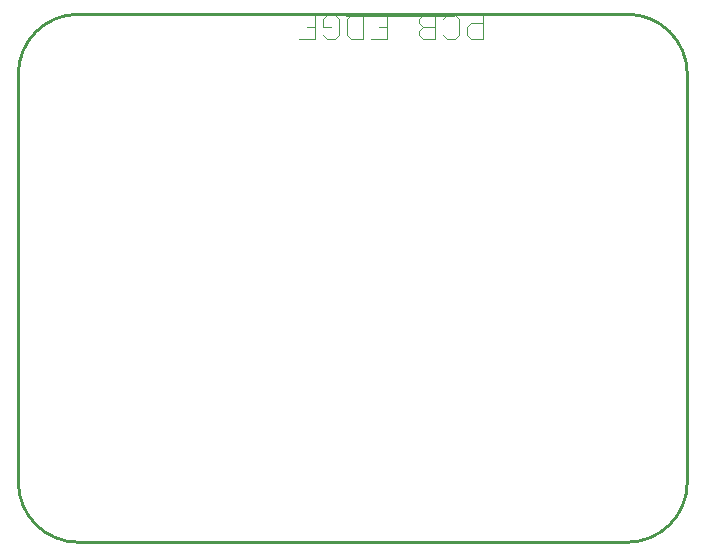
<source format=gm1>
G04*
G04 #@! TF.GenerationSoftware,Altium Limited,Altium Designer,22.1.2 (22)*
G04*
G04 Layer_Color=16711935*
%FSLAX25Y25*%
%MOIN*%
G70*
G04*
G04 #@! TF.SameCoordinates,7393A906-C076-4882-B3B6-B19C62209B97*
G04*
G04*
G04 #@! TF.FilePolarity,Positive*
G04*
G01*
G75*
%ADD13C,0.01000*%
%ADD51C,0.00394*%
D13*
X221500Y156000D02*
G03*
X201500Y176000I-20000J0D01*
G01*
Y0D02*
G03*
X221500Y20000I0J20000D01*
G01*
X18500Y176000D02*
G03*
X-1500Y156000I0J-20000D01*
G01*
Y20000D02*
G03*
X18500Y0I20000J0D01*
G01*
X201500D01*
X18500Y176000D02*
X201500D01*
X221500Y20000D02*
Y156000D01*
X-1500Y20000D02*
Y156000D01*
D51*
X107579Y175339D02*
X143661D01*
X153504Y175732D02*
Y167735D01*
X149505D01*
X148172Y169068D01*
Y171734D01*
X149505Y173066D01*
X153504D01*
X140175Y169068D02*
X141508Y167735D01*
X144174D01*
X145507Y169068D01*
Y174399D01*
X144174Y175732D01*
X141508D01*
X140175Y174399D01*
X137509Y167735D02*
Y175732D01*
X133510D01*
X132177Y174399D01*
Y173066D01*
X133510Y171734D01*
X137509D01*
X133510D01*
X132177Y170401D01*
Y169068D01*
X133510Y167735D01*
X137509D01*
X116183D02*
X121514D01*
Y175732D01*
X116183D01*
X121514Y171734D02*
X118849D01*
X113517Y167735D02*
Y175732D01*
X109518D01*
X108185Y174399D01*
Y169068D01*
X109518Y167735D01*
X113517D01*
X100188Y169068D02*
X101521Y167735D01*
X104187D01*
X105519Y169068D01*
Y174399D01*
X104187Y175732D01*
X101521D01*
X100188Y174399D01*
Y171734D01*
X102854D01*
X92190Y167735D02*
X97522D01*
Y175732D01*
X92190D01*
X97522Y171734D02*
X94856D01*
M02*

</source>
